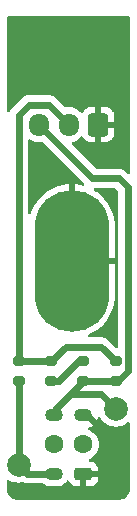
<source format=gbr>
%TF.GenerationSoftware,KiCad,Pcbnew,(6.0.7-1)-1*%
%TF.CreationDate,2024-04-18T04:23:32-04:00*%
%TF.ProjectId,EM_Harpsichord_Sensor_Daughterboard,454d5f48-6172-4707-9369-63686f72645f,rev?*%
%TF.SameCoordinates,Original*%
%TF.FileFunction,Copper,L1,Top*%
%TF.FilePolarity,Positive*%
%FSLAX46Y46*%
G04 Gerber Fmt 4.6, Leading zero omitted, Abs format (unit mm)*
G04 Created by KiCad (PCBNEW (6.0.7-1)-1) date 2024-04-18 04:23:32*
%MOMM*%
%LPD*%
G01*
G04 APERTURE LIST*
G04 Aperture macros list*
%AMRoundRect*
0 Rectangle with rounded corners*
0 $1 Rounding radius*
0 $2 $3 $4 $5 $6 $7 $8 $9 X,Y pos of 4 corners*
0 Add a 4 corners polygon primitive as box body*
4,1,4,$2,$3,$4,$5,$6,$7,$8,$9,$2,$3,0*
0 Add four circle primitives for the rounded corners*
1,1,$1+$1,$2,$3*
1,1,$1+$1,$4,$5*
1,1,$1+$1,$6,$7*
1,1,$1+$1,$8,$9*
0 Add four rect primitives between the rounded corners*
20,1,$1+$1,$2,$3,$4,$5,0*
20,1,$1+$1,$4,$5,$6,$7,0*
20,1,$1+$1,$6,$7,$8,$9,0*
20,1,$1+$1,$8,$9,$2,$3,0*%
G04 Aperture macros list end*
%TA.AperFunction,ComponentPad*%
%ADD10C,2.000000*%
%TD*%
%TA.AperFunction,ComponentPad*%
%ADD11RoundRect,0.250000X0.600000X0.725000X-0.600000X0.725000X-0.600000X-0.725000X0.600000X-0.725000X0*%
%TD*%
%TA.AperFunction,ComponentPad*%
%ADD12O,1.700000X1.950000*%
%TD*%
%TA.AperFunction,ComponentPad*%
%ADD13O,6.300000X12.000000*%
%TD*%
%TA.AperFunction,SMDPad,CuDef*%
%ADD14RoundRect,0.200000X-0.275000X0.200000X-0.275000X-0.200000X0.275000X-0.200000X0.275000X0.200000X0*%
%TD*%
%TA.AperFunction,WasherPad*%
%ADD15C,1.600000*%
%TD*%
%TA.AperFunction,ComponentPad*%
%ADD16RoundRect,0.249700X0.500300X-0.300300X0.500300X0.300300X-0.500300X0.300300X-0.500300X-0.300300X0*%
%TD*%
%TA.AperFunction,ComponentPad*%
%ADD17O,1.500000X1.100000*%
%TD*%
%TA.AperFunction,ViaPad*%
%ADD18C,0.800000*%
%TD*%
%TA.AperFunction,Conductor*%
%ADD19C,0.600000*%
%TD*%
G04 APERTURE END LIST*
D10*
%TO.P,TP3,1,1*%
%TO.N,Net-(R1-Pad2)*%
X97500000Y-108750000D03*
%TD*%
D11*
%TO.P,J1,1,Pin_1*%
%TO.N,GND*%
X104250000Y-79950000D03*
D12*
%TO.P,J1,2,Pin_2*%
%TO.N,+5V*%
X101750000Y-79950000D03*
%TO.P,J1,3,Pin_3*%
%TO.N,Net-(J1-Pad3)*%
X99250000Y-79950000D03*
%TD*%
D13*
%TO.P,TP2,1,1*%
%TO.N,GND*%
X102000000Y-91500000D03*
%TD*%
D14*
%TO.P,R2,2*%
%TO.N,Net-(R2-Pad2)*%
X100250000Y-101650000D03*
%TO.P,R2,1*%
%TO.N,+5V*%
X100250000Y-100000000D03*
%TD*%
%TO.P,R4,1*%
%TO.N,+5V*%
X105750000Y-100000000D03*
%TO.P,R4,2*%
%TO.N,Net-(J1-Pad3)*%
X105750000Y-101650000D03*
%TD*%
%TO.P,R1,2*%
%TO.N,Net-(R1-Pad2)*%
X97500000Y-101650000D03*
%TO.P,R1,1*%
%TO.N,+5V*%
X97500000Y-100000000D03*
%TD*%
D15*
%TO.P,U1,*%
%TO.N,*%
X100500000Y-107025000D03*
X103000000Y-107025000D03*
D16*
%TO.P,U1,1,K*%
%TO.N,GND*%
X103000000Y-109525000D03*
D17*
%TO.P,U1,2,A*%
%TO.N,Net-(R1-Pad2)*%
X100500000Y-109525000D03*
%TO.P,U1,3,C*%
%TO.N,Net-(J1-Pad3)*%
X100500000Y-104525000D03*
%TO.P,U1,4,E*%
%TO.N,GND*%
X103000000Y-104525000D03*
%TD*%
D10*
%TO.P,TP1,1,1*%
%TO.N,Net-(J1-Pad3)*%
X105750000Y-104000000D03*
%TD*%
D14*
%TO.P,R3,2*%
%TO.N,Net-(J1-Pad3)*%
X103000000Y-101650000D03*
%TO.P,R3,1*%
%TO.N,Net-(R2-Pad2)*%
X103000000Y-100000000D03*
%TD*%
D18*
%TO.N,GND*%
X99500000Y-84000000D03*
X97250000Y-111000000D03*
X106250000Y-111000000D03*
X106250000Y-106750000D03*
%TD*%
D19*
%TO.N,Net-(R1-Pad2)*%
X97500000Y-108750000D02*
X98250000Y-109500000D01*
X98250000Y-109500000D02*
X100475000Y-109500000D01*
X100475000Y-109500000D02*
X100500000Y-109525000D01*
X97500000Y-108750000D02*
X97500000Y-106525000D01*
%TO.N,GND*%
X103275000Y-104525000D02*
X104500000Y-105750000D01*
X103000000Y-104525000D02*
X103275000Y-104525000D01*
%TO.N,Net-(J1-Pad3)*%
X104500000Y-102750000D02*
X105750000Y-104000000D01*
X102000000Y-102750000D02*
X104500000Y-102750000D01*
X105750000Y-101650000D02*
X105925000Y-101650000D01*
X106000000Y-84500000D02*
X103750000Y-84500000D01*
X105925000Y-101650000D02*
X106750000Y-100825000D01*
X106750000Y-100825000D02*
X106750000Y-85250000D01*
X106750000Y-85250000D02*
X106000000Y-84500000D01*
X103750000Y-84500000D02*
X103750000Y-84450000D01*
X103750000Y-84450000D02*
X99250000Y-79950000D01*
%TO.N,Net-(R1-Pad2)*%
X97500000Y-102750000D02*
X97500000Y-106525000D01*
%TO.N,+5V*%
X101750000Y-79950000D02*
X100050000Y-78250000D01*
X100050000Y-78250000D02*
X98375000Y-78250000D01*
X98375000Y-78250000D02*
X97500000Y-79125000D01*
X97500000Y-79125000D02*
X97500000Y-100000000D01*
X100250000Y-100000000D02*
X101500000Y-98750000D01*
X101500000Y-98750000D02*
X104500000Y-98750000D01*
X104500000Y-98750000D02*
X105750000Y-100000000D01*
%TO.N,Net-(J1-Pad3)*%
X100500000Y-104525000D02*
X100500000Y-104150000D01*
X100500000Y-104150000D02*
X103000000Y-101650000D01*
%TO.N,Net-(R1-Pad2)*%
X97500000Y-101650000D02*
X97500000Y-106525000D01*
%TO.N,+5V*%
X97500000Y-100000000D02*
X100250000Y-100000000D01*
%TO.N,Net-(R2-Pad2)*%
X103000000Y-100000000D02*
X102575000Y-100000000D01*
X102575000Y-100000000D02*
X100925000Y-101650000D01*
X100925000Y-101650000D02*
X100000000Y-101650000D01*
%TO.N,Net-(J1-Pad3)*%
X103000000Y-101650000D02*
X105750000Y-101650000D01*
%TD*%
%TA.AperFunction,Conductor*%
%TO.N,GND*%
G36*
X104397923Y-104719878D02*
G01*
X104451345Y-104767880D01*
X104523235Y-104885193D01*
X104523242Y-104885203D01*
X104525824Y-104889416D01*
X104680031Y-105069969D01*
X104860584Y-105224176D01*
X104864792Y-105226755D01*
X104864798Y-105226759D01*
X105058817Y-105345654D01*
X105063037Y-105348240D01*
X105067607Y-105350133D01*
X105067611Y-105350135D01*
X105277833Y-105437211D01*
X105282406Y-105439105D01*
X105362609Y-105458360D01*
X105508476Y-105493380D01*
X105508482Y-105493381D01*
X105513289Y-105494535D01*
X105750000Y-105513165D01*
X105986711Y-105494535D01*
X105991518Y-105493381D01*
X105991524Y-105493380D01*
X106137391Y-105458360D01*
X106217594Y-105439105D01*
X106222167Y-105437211D01*
X106432389Y-105350135D01*
X106432393Y-105350133D01*
X106436963Y-105348240D01*
X106441183Y-105345654D01*
X106635202Y-105226759D01*
X106635208Y-105226755D01*
X106639416Y-105224176D01*
X106643178Y-105220963D01*
X106643182Y-105220960D01*
X106723010Y-105152781D01*
X106787799Y-105123750D01*
X106857999Y-105134355D01*
X106911322Y-105181230D01*
X106930840Y-105248592D01*
X106930840Y-110700633D01*
X106929340Y-110720018D01*
X106927030Y-110734851D01*
X106927030Y-110734855D01*
X106925649Y-110743724D01*
X106927306Y-110756397D01*
X106927891Y-110783711D01*
X106916738Y-110911195D01*
X106912925Y-110932821D01*
X106912925Y-110932822D01*
X106912924Y-110932825D01*
X106873897Y-111078476D01*
X106866385Y-111099114D01*
X106802661Y-111235772D01*
X106791680Y-111254792D01*
X106705195Y-111378309D01*
X106691078Y-111395134D01*
X106584455Y-111501760D01*
X106567630Y-111515878D01*
X106444116Y-111602366D01*
X106425096Y-111613348D01*
X106288436Y-111677077D01*
X106267798Y-111684589D01*
X106122148Y-111723619D01*
X106100519Y-111727433D01*
X106038445Y-111732866D01*
X105980097Y-111737972D01*
X105963451Y-111737412D01*
X105963446Y-111737800D01*
X105954477Y-111737691D01*
X105945602Y-111736309D01*
X105917382Y-111740000D01*
X105914048Y-111740436D01*
X105897707Y-111741500D01*
X97549367Y-111741500D01*
X97529982Y-111740000D01*
X97515149Y-111737690D01*
X97515145Y-111737690D01*
X97506276Y-111736309D01*
X97493603Y-111737966D01*
X97466293Y-111738551D01*
X97338806Y-111727397D01*
X97317183Y-111723585D01*
X97171533Y-111684558D01*
X97150896Y-111677046D01*
X97014240Y-111613322D01*
X96995220Y-111602340D01*
X96871703Y-111515853D01*
X96854878Y-111501735D01*
X96748265Y-111395122D01*
X96734147Y-111378297D01*
X96647660Y-111254780D01*
X96636678Y-111235760D01*
X96572954Y-111099104D01*
X96565443Y-111078466D01*
X96526417Y-110932822D01*
X96522602Y-110911191D01*
X96512349Y-110793993D01*
X96512374Y-110771758D01*
X96512770Y-110767344D01*
X96513576Y-110762552D01*
X96513729Y-110750000D01*
X96509773Y-110722376D01*
X96508500Y-110704514D01*
X96508500Y-110136609D01*
X96528502Y-110068488D01*
X96582158Y-110021995D01*
X96652432Y-110011891D01*
X96700336Y-110029176D01*
X96813037Y-110098240D01*
X96817607Y-110100133D01*
X96817611Y-110100135D01*
X97027833Y-110187211D01*
X97032406Y-110189105D01*
X97112609Y-110208360D01*
X97258476Y-110243380D01*
X97258482Y-110243381D01*
X97263289Y-110244535D01*
X97500000Y-110263165D01*
X97736711Y-110244535D01*
X97741518Y-110243381D01*
X97741524Y-110243380D01*
X97817247Y-110225200D01*
X97889756Y-110229318D01*
X97928973Y-110243592D01*
X97940716Y-110248553D01*
X97973403Y-110264354D01*
X97973408Y-110264356D01*
X97979749Y-110267421D01*
X97986607Y-110269004D01*
X97986609Y-110269005D01*
X98012426Y-110274965D01*
X98027169Y-110279332D01*
X98058685Y-110290803D01*
X98065675Y-110291686D01*
X98065683Y-110291688D01*
X98101701Y-110296238D01*
X98114253Y-110298474D01*
X98149614Y-110306638D01*
X98149617Y-110306638D01*
X98156485Y-110308224D01*
X98163531Y-110308249D01*
X98163534Y-110308249D01*
X98197056Y-110308366D01*
X98197938Y-110308395D01*
X98198769Y-110308500D01*
X98235419Y-110308500D01*
X98235859Y-110308501D01*
X98334343Y-110308845D01*
X98334348Y-110308845D01*
X98337870Y-110308857D01*
X98339070Y-110308589D01*
X98340707Y-110308500D01*
X99541074Y-110308500D01*
X99609195Y-110328502D01*
X99622065Y-110337979D01*
X99694365Y-110398646D01*
X99694371Y-110398650D01*
X99699089Y-110402609D01*
X99704481Y-110405573D01*
X99704485Y-110405576D01*
X99875598Y-110499646D01*
X99880995Y-110502613D01*
X100078861Y-110565379D01*
X100084978Y-110566065D01*
X100084982Y-110566066D01*
X100161598Y-110574659D01*
X100240413Y-110583500D01*
X100752237Y-110583500D01*
X100755293Y-110583200D01*
X100755300Y-110583200D01*
X100900466Y-110568966D01*
X100900469Y-110568965D01*
X100906592Y-110568365D01*
X101071971Y-110518435D01*
X101099407Y-110510152D01*
X101099410Y-110510151D01*
X101105315Y-110508368D01*
X101112635Y-110504476D01*
X101283153Y-110413809D01*
X101283155Y-110413808D01*
X101288599Y-110410913D01*
X101389645Y-110328502D01*
X101444689Y-110283610D01*
X101444692Y-110283607D01*
X101449464Y-110279715D01*
X101453394Y-110274965D01*
X101577858Y-110124515D01*
X101577860Y-110124512D01*
X101581783Y-110119770D01*
X101584225Y-110115254D01*
X101638628Y-110070191D01*
X101709109Y-110061652D01*
X101773018Y-110092573D01*
X101801516Y-110136242D01*
X101803458Y-110135332D01*
X101812729Y-110155124D01*
X101898004Y-110292928D01*
X101907031Y-110304317D01*
X102021717Y-110418802D01*
X102033128Y-110427814D01*
X102171070Y-110512842D01*
X102184251Y-110518989D01*
X102338471Y-110570142D01*
X102351847Y-110573009D01*
X102446158Y-110582672D01*
X102452574Y-110583000D01*
X102727885Y-110583000D01*
X102743124Y-110578525D01*
X102744329Y-110577135D01*
X102746000Y-110569452D01*
X102746000Y-110564884D01*
X103254000Y-110564884D01*
X103258475Y-110580123D01*
X103259865Y-110581328D01*
X103267548Y-110582999D01*
X103547375Y-110582999D01*
X103553894Y-110582662D01*
X103649444Y-110572748D01*
X103662838Y-110569856D01*
X103816964Y-110518435D01*
X103830124Y-110512271D01*
X103967928Y-110426996D01*
X103979317Y-110417969D01*
X104093802Y-110303283D01*
X104102814Y-110291872D01*
X104187842Y-110153930D01*
X104193989Y-110140749D01*
X104245142Y-109986529D01*
X104248009Y-109973153D01*
X104257672Y-109878842D01*
X104258000Y-109872426D01*
X104258000Y-109797115D01*
X104253525Y-109781876D01*
X104252135Y-109780671D01*
X104244452Y-109779000D01*
X103272115Y-109779000D01*
X103256876Y-109783475D01*
X103255671Y-109784865D01*
X103254000Y-109792548D01*
X103254000Y-110564884D01*
X102746000Y-110564884D01*
X102746000Y-109397000D01*
X102766002Y-109328879D01*
X102819658Y-109282386D01*
X102872000Y-109271000D01*
X104239884Y-109271000D01*
X104255123Y-109266525D01*
X104256328Y-109265135D01*
X104257999Y-109257452D01*
X104257999Y-109177625D01*
X104257662Y-109171106D01*
X104247748Y-109075556D01*
X104244856Y-109062162D01*
X104193435Y-108908036D01*
X104187271Y-108894876D01*
X104101996Y-108757072D01*
X104092969Y-108745683D01*
X103978283Y-108631198D01*
X103966872Y-108622186D01*
X103828930Y-108537158D01*
X103815749Y-108531011D01*
X103661529Y-108479858D01*
X103648153Y-108476991D01*
X103556589Y-108467609D01*
X103490862Y-108440768D01*
X103450080Y-108382652D01*
X103447192Y-108311715D01*
X103483114Y-108250476D01*
X103516182Y-108228070D01*
X103651762Y-108164849D01*
X103651767Y-108164846D01*
X103656749Y-108162523D01*
X103792297Y-108067611D01*
X103839789Y-108034357D01*
X103839792Y-108034355D01*
X103844300Y-108031198D01*
X104006198Y-107869300D01*
X104137523Y-107681749D01*
X104139846Y-107676767D01*
X104139849Y-107676762D01*
X104231961Y-107479225D01*
X104231961Y-107479224D01*
X104234284Y-107474243D01*
X104293543Y-107253087D01*
X104313498Y-107025000D01*
X104293543Y-106796913D01*
X104234284Y-106575757D01*
X104140683Y-106375027D01*
X104139849Y-106373238D01*
X104139846Y-106373233D01*
X104137523Y-106368251D01*
X104006198Y-106180700D01*
X103844300Y-106018802D01*
X103839792Y-106015645D01*
X103839789Y-106015643D01*
X103761611Y-105960902D01*
X103656749Y-105887477D01*
X103651767Y-105885154D01*
X103651762Y-105885151D01*
X103454229Y-105793041D01*
X103449243Y-105790716D01*
X103449046Y-105790663D01*
X103393194Y-105749541D01*
X103367855Y-105683220D01*
X103382395Y-105613728D01*
X103432197Y-105563129D01*
X103457041Y-105552611D01*
X103599223Y-105509683D01*
X103610565Y-105505008D01*
X103782879Y-105413388D01*
X103793095Y-105406601D01*
X103944335Y-105283253D01*
X103953039Y-105274609D01*
X104077438Y-105124237D01*
X104084297Y-105114069D01*
X104177119Y-104942395D01*
X104181872Y-104931088D01*
X104223548Y-104796456D01*
X104262799Y-104737296D01*
X104327804Y-104708749D01*
X104397923Y-104719878D01*
G37*
%TD.AperFunction*%
%TA.AperFunction,Conductor*%
G36*
X98509712Y-81217512D02*
G01*
X98531542Y-81233754D01*
X98536293Y-81236170D01*
X98536297Y-81236172D01*
X98598704Y-81267901D01*
X98737051Y-81338240D01*
X98742145Y-81339822D01*
X98742148Y-81339823D01*
X98897841Y-81388167D01*
X98957227Y-81406607D01*
X98962516Y-81407308D01*
X99180489Y-81436198D01*
X99180494Y-81436198D01*
X99185774Y-81436898D01*
X99191103Y-81436698D01*
X99191105Y-81436698D01*
X99289605Y-81433000D01*
X99416158Y-81428249D01*
X99479857Y-81414884D01*
X99488856Y-81412996D01*
X99559632Y-81418584D01*
X99603824Y-81447216D01*
X103019586Y-84862978D01*
X103037343Y-84885300D01*
X103059687Y-84921059D01*
X103078821Y-84989425D01*
X103057955Y-85057286D01*
X103003714Y-85103094D01*
X102933317Y-85112305D01*
X102920220Y-85109532D01*
X102764774Y-85067881D01*
X102758324Y-85066510D01*
X102386138Y-85007560D01*
X102379600Y-85006874D01*
X102272090Y-85001239D01*
X102256639Y-85004910D01*
X102256584Y-85004967D01*
X102254000Y-85015508D01*
X102254000Y-91227885D01*
X102258475Y-91243124D01*
X102259865Y-91244329D01*
X102267548Y-91246000D01*
X105639885Y-91246000D01*
X105655124Y-91241525D01*
X105656329Y-91240135D01*
X105658000Y-91232452D01*
X105658000Y-88555877D01*
X105657912Y-88552541D01*
X105643126Y-88270400D01*
X105642440Y-88263862D01*
X105583490Y-87891676D01*
X105582119Y-87885226D01*
X105484594Y-87521257D01*
X105482553Y-87514975D01*
X105347519Y-87163201D01*
X105344837Y-87157176D01*
X105173765Y-86821429D01*
X105170469Y-86815720D01*
X104965245Y-86499703D01*
X104961363Y-86494359D01*
X104724239Y-86201536D01*
X104719810Y-86196617D01*
X104453383Y-85930190D01*
X104448464Y-85925761D01*
X104155641Y-85688637D01*
X104150297Y-85684755D01*
X103927659Y-85540172D01*
X103881423Y-85486296D01*
X103871653Y-85415975D01*
X103901453Y-85351535D01*
X103961362Y-85313436D01*
X103996284Y-85308500D01*
X105612918Y-85308500D01*
X105681039Y-85328502D01*
X105702013Y-85345405D01*
X105904595Y-85547987D01*
X105938621Y-85610299D01*
X105941500Y-85637082D01*
X105941500Y-98743918D01*
X105921498Y-98812039D01*
X105867842Y-98858532D01*
X105797568Y-98868636D01*
X105732988Y-98839142D01*
X105726405Y-98833013D01*
X105078234Y-98184842D01*
X105077306Y-98183905D01*
X105019157Y-98124525D01*
X105019156Y-98124524D01*
X105014229Y-98119493D01*
X104977779Y-98096002D01*
X104967454Y-98088583D01*
X104933557Y-98061524D01*
X104903362Y-98046927D01*
X104889945Y-98039398D01*
X104861762Y-98021235D01*
X104855145Y-98018827D01*
X104855140Y-98018824D01*
X104821027Y-98006408D01*
X104809284Y-98001447D01*
X104776597Y-97985646D01*
X104776592Y-97985644D01*
X104770251Y-97982579D01*
X104763393Y-97980996D01*
X104763391Y-97980995D01*
X104737574Y-97975035D01*
X104722831Y-97970668D01*
X104691315Y-97959197D01*
X104684325Y-97958314D01*
X104684317Y-97958312D01*
X104648299Y-97953762D01*
X104635747Y-97951526D01*
X104600386Y-97943362D01*
X104600383Y-97943362D01*
X104593515Y-97941776D01*
X104586469Y-97941751D01*
X104586466Y-97941751D01*
X104552944Y-97941634D01*
X104552062Y-97941605D01*
X104551231Y-97941500D01*
X104514581Y-97941500D01*
X104514141Y-97941499D01*
X104415657Y-97941155D01*
X104415652Y-97941155D01*
X104412130Y-97941143D01*
X104410930Y-97941411D01*
X104409293Y-97941500D01*
X103531042Y-97941500D01*
X103462921Y-97921498D01*
X103416428Y-97867842D01*
X103406324Y-97797568D01*
X103435818Y-97732988D01*
X103483957Y-97699223D01*
X103483794Y-97698857D01*
X103485669Y-97698022D01*
X103485886Y-97697870D01*
X103486794Y-97697521D01*
X103492824Y-97694837D01*
X103828571Y-97523765D01*
X103834280Y-97520469D01*
X104150297Y-97315245D01*
X104155641Y-97311363D01*
X104448464Y-97074239D01*
X104453383Y-97069810D01*
X104719810Y-96803383D01*
X104724239Y-96798464D01*
X104961363Y-96505641D01*
X104965245Y-96500297D01*
X105170469Y-96184280D01*
X105173765Y-96178571D01*
X105344837Y-95842824D01*
X105347519Y-95836799D01*
X105482553Y-95485025D01*
X105484594Y-95478743D01*
X105582119Y-95114774D01*
X105583490Y-95108324D01*
X105642440Y-94736138D01*
X105643126Y-94729600D01*
X105657912Y-94447459D01*
X105658000Y-94444123D01*
X105658000Y-91772115D01*
X105653525Y-91756876D01*
X105652135Y-91755671D01*
X105644452Y-91754000D01*
X101872000Y-91754000D01*
X101803879Y-91733998D01*
X101757386Y-91680342D01*
X101746000Y-91628000D01*
X101746000Y-85018406D01*
X101741525Y-85003167D01*
X101741467Y-85003117D01*
X101730802Y-85001088D01*
X101620400Y-85006874D01*
X101613862Y-85007560D01*
X101241676Y-85066510D01*
X101235226Y-85067881D01*
X100871257Y-85165406D01*
X100864975Y-85167447D01*
X100513201Y-85302481D01*
X100507176Y-85305163D01*
X100171429Y-85476235D01*
X100165720Y-85479531D01*
X99849703Y-85684755D01*
X99844359Y-85688637D01*
X99551536Y-85925761D01*
X99546617Y-85930190D01*
X99280190Y-86196617D01*
X99275761Y-86201536D01*
X99038637Y-86494359D01*
X99034755Y-86499703D01*
X98829531Y-86815720D01*
X98826235Y-86821429D01*
X98655163Y-87157176D01*
X98652481Y-87163201D01*
X98552131Y-87424621D01*
X98509045Y-87481049D01*
X98442292Y-87505226D01*
X98373065Y-87489475D01*
X98323343Y-87438797D01*
X98308500Y-87379467D01*
X98308500Y-81318602D01*
X98328502Y-81250481D01*
X98382158Y-81203988D01*
X98452432Y-81193884D01*
X98509712Y-81217512D01*
G37*
%TD.AperFunction*%
%TA.AperFunction,Conductor*%
G36*
X106872961Y-70778502D02*
G01*
X106919454Y-70832158D01*
X106930840Y-70884500D01*
X106930840Y-83983258D01*
X106910838Y-84051379D01*
X106857182Y-84097872D01*
X106786908Y-84107976D01*
X106722328Y-84078482D01*
X106715745Y-84072353D01*
X106578236Y-83934844D01*
X106577308Y-83933907D01*
X106519157Y-83874525D01*
X106519156Y-83874524D01*
X106514229Y-83869493D01*
X106477779Y-83846002D01*
X106467454Y-83838583D01*
X106433557Y-83811524D01*
X106403362Y-83796927D01*
X106389945Y-83789398D01*
X106361762Y-83771235D01*
X106355145Y-83768827D01*
X106355140Y-83768824D01*
X106321027Y-83756408D01*
X106309284Y-83751447D01*
X106276597Y-83735646D01*
X106276592Y-83735644D01*
X106270251Y-83732579D01*
X106263393Y-83730996D01*
X106263391Y-83730995D01*
X106237574Y-83725035D01*
X106222831Y-83720668D01*
X106191315Y-83709197D01*
X106184325Y-83708314D01*
X106184317Y-83708312D01*
X106148299Y-83703762D01*
X106135747Y-83701526D01*
X106100386Y-83693362D01*
X106100383Y-83693362D01*
X106093515Y-83691776D01*
X106086469Y-83691751D01*
X106086466Y-83691751D01*
X106052944Y-83691634D01*
X106052062Y-83691605D01*
X106051231Y-83691500D01*
X106014581Y-83691500D01*
X106014141Y-83691499D01*
X105915657Y-83691155D01*
X105915652Y-83691155D01*
X105912130Y-83691143D01*
X105910930Y-83691411D01*
X105909293Y-83691500D01*
X104187082Y-83691500D01*
X104118961Y-83671498D01*
X104097987Y-83654595D01*
X102043969Y-81600577D01*
X102009943Y-81538265D01*
X102015008Y-81467450D01*
X102057555Y-81410614D01*
X102107190Y-81388167D01*
X102136572Y-81382002D01*
X102141791Y-81380907D01*
X102146750Y-81378949D01*
X102146752Y-81378948D01*
X102351256Y-81298185D01*
X102351258Y-81298184D01*
X102356221Y-81296224D01*
X102455184Y-81236172D01*
X102548757Y-81179390D01*
X102548756Y-81179390D01*
X102553317Y-81176623D01*
X102727445Y-81025523D01*
X102757006Y-80989471D01*
X102815666Y-80949476D01*
X102886636Y-80947545D01*
X102947384Y-80984290D01*
X102961584Y-81003059D01*
X103048063Y-81142807D01*
X103057099Y-81154208D01*
X103171829Y-81268739D01*
X103183240Y-81277751D01*
X103321243Y-81362816D01*
X103334424Y-81368963D01*
X103488710Y-81420138D01*
X103502086Y-81423005D01*
X103596438Y-81432672D01*
X103602854Y-81433000D01*
X103977885Y-81433000D01*
X103993124Y-81428525D01*
X103994329Y-81427135D01*
X103996000Y-81419452D01*
X103996000Y-81414884D01*
X104504000Y-81414884D01*
X104508475Y-81430123D01*
X104509865Y-81431328D01*
X104517548Y-81432999D01*
X104897095Y-81432999D01*
X104903614Y-81432662D01*
X104999206Y-81422743D01*
X105012600Y-81419851D01*
X105166784Y-81368412D01*
X105179962Y-81362239D01*
X105317807Y-81276937D01*
X105329208Y-81267901D01*
X105443739Y-81153171D01*
X105452751Y-81141760D01*
X105537816Y-81003757D01*
X105543963Y-80990576D01*
X105595138Y-80836290D01*
X105598005Y-80822914D01*
X105607672Y-80728562D01*
X105608000Y-80722146D01*
X105608000Y-80222115D01*
X105603525Y-80206876D01*
X105602135Y-80205671D01*
X105594452Y-80204000D01*
X104522115Y-80204000D01*
X104506876Y-80208475D01*
X104505671Y-80209865D01*
X104504000Y-80217548D01*
X104504000Y-81414884D01*
X103996000Y-81414884D01*
X103996000Y-79677885D01*
X104504000Y-79677885D01*
X104508475Y-79693124D01*
X104509865Y-79694329D01*
X104517548Y-79696000D01*
X105589884Y-79696000D01*
X105605123Y-79691525D01*
X105606328Y-79690135D01*
X105607999Y-79682452D01*
X105607999Y-79177905D01*
X105607662Y-79171386D01*
X105597743Y-79075794D01*
X105594851Y-79062400D01*
X105543412Y-78908216D01*
X105537239Y-78895038D01*
X105451937Y-78757193D01*
X105442901Y-78745792D01*
X105328171Y-78631261D01*
X105316760Y-78622249D01*
X105178757Y-78537184D01*
X105165576Y-78531037D01*
X105011290Y-78479862D01*
X104997914Y-78476995D01*
X104903562Y-78467328D01*
X104897145Y-78467000D01*
X104522115Y-78467000D01*
X104506876Y-78471475D01*
X104505671Y-78472865D01*
X104504000Y-78480548D01*
X104504000Y-79677885D01*
X103996000Y-79677885D01*
X103996000Y-78485116D01*
X103991525Y-78469877D01*
X103990135Y-78468672D01*
X103982452Y-78467001D01*
X103602905Y-78467001D01*
X103596386Y-78467338D01*
X103500794Y-78477257D01*
X103487400Y-78480149D01*
X103333216Y-78531588D01*
X103320038Y-78537761D01*
X103182193Y-78623063D01*
X103170792Y-78632099D01*
X103056261Y-78746829D01*
X103047247Y-78758243D01*
X102961277Y-78897713D01*
X102908505Y-78945207D01*
X102838434Y-78956631D01*
X102773310Y-78928357D01*
X102762847Y-78918570D01*
X102742951Y-78897713D01*
X102653424Y-78803865D01*
X102468458Y-78666246D01*
X102463707Y-78663830D01*
X102463703Y-78663828D01*
X102349654Y-78605843D01*
X102262949Y-78561760D01*
X102257855Y-78560178D01*
X102257852Y-78560177D01*
X102047871Y-78494976D01*
X102042773Y-78493393D01*
X101994568Y-78487004D01*
X101819511Y-78463802D01*
X101819506Y-78463802D01*
X101814226Y-78463102D01*
X101808897Y-78463302D01*
X101808895Y-78463302D01*
X101722988Y-78466527D01*
X101583842Y-78471751D01*
X101541915Y-78480548D01*
X101511144Y-78487004D01*
X101440368Y-78481416D01*
X101396176Y-78452784D01*
X100628234Y-77684842D01*
X100627306Y-77683905D01*
X100569157Y-77624525D01*
X100569156Y-77624524D01*
X100564229Y-77619493D01*
X100527779Y-77596002D01*
X100517454Y-77588583D01*
X100483557Y-77561524D01*
X100453362Y-77546927D01*
X100439945Y-77539398D01*
X100411762Y-77521235D01*
X100405145Y-77518827D01*
X100405140Y-77518824D01*
X100371027Y-77506408D01*
X100359284Y-77501447D01*
X100326597Y-77485646D01*
X100326592Y-77485644D01*
X100320251Y-77482579D01*
X100313393Y-77480996D01*
X100313391Y-77480995D01*
X100287574Y-77475035D01*
X100272831Y-77470668D01*
X100241315Y-77459197D01*
X100234325Y-77458314D01*
X100234317Y-77458312D01*
X100198299Y-77453762D01*
X100185747Y-77451526D01*
X100150386Y-77443362D01*
X100150383Y-77443362D01*
X100143515Y-77441776D01*
X100136469Y-77441751D01*
X100136466Y-77441751D01*
X100102944Y-77441634D01*
X100102062Y-77441605D01*
X100101231Y-77441500D01*
X100064581Y-77441500D01*
X100064141Y-77441499D01*
X99965657Y-77441155D01*
X99965652Y-77441155D01*
X99962130Y-77441143D01*
X99960930Y-77441411D01*
X99959293Y-77441500D01*
X98384214Y-77441500D01*
X98382894Y-77441493D01*
X98381819Y-77441482D01*
X98292779Y-77440549D01*
X98250403Y-77449711D01*
X98237837Y-77451769D01*
X98194745Y-77456603D01*
X98188094Y-77458919D01*
X98188090Y-77458920D01*
X98163070Y-77467633D01*
X98148257Y-77471796D01*
X98115490Y-77478881D01*
X98076187Y-77497208D01*
X98064411Y-77501990D01*
X98023448Y-77516255D01*
X98017473Y-77519989D01*
X98017470Y-77519990D01*
X97995005Y-77534027D01*
X97981488Y-77541366D01*
X97957486Y-77552559D01*
X97951098Y-77555538D01*
X97945533Y-77559855D01*
X97945531Y-77559856D01*
X97916847Y-77582106D01*
X97906388Y-77589402D01*
X97875596Y-77608642D01*
X97875593Y-77608644D01*
X97869624Y-77612374D01*
X97864629Y-77617334D01*
X97864628Y-77617335D01*
X97840821Y-77640976D01*
X97840196Y-77641561D01*
X97839530Y-77642078D01*
X97813540Y-77668068D01*
X97740918Y-77740185D01*
X97740260Y-77741222D01*
X97739157Y-77742451D01*
X96934842Y-78546766D01*
X96933905Y-78547694D01*
X96869493Y-78610771D01*
X96846002Y-78647221D01*
X96838583Y-78657546D01*
X96811524Y-78691443D01*
X96808459Y-78697784D01*
X96808458Y-78697785D01*
X96796928Y-78721637D01*
X96789399Y-78735054D01*
X96771235Y-78763238D01*
X96768827Y-78769855D01*
X96768824Y-78769860D01*
X96756408Y-78803973D01*
X96751445Y-78815721D01*
X96747938Y-78822975D01*
X96700280Y-78875598D01*
X96631737Y-78894102D01*
X96564072Y-78872611D01*
X96518766Y-78817949D01*
X96508500Y-78768132D01*
X96508500Y-70884500D01*
X96528502Y-70816379D01*
X96582158Y-70769886D01*
X96634500Y-70758500D01*
X106804840Y-70758500D01*
X106872961Y-70778502D01*
G37*
%TD.AperFunction*%
%TD*%
M02*

</source>
